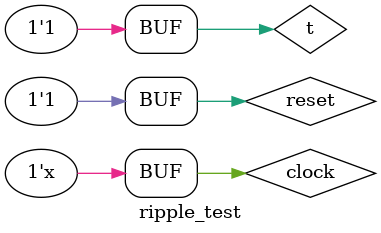
<source format=v>
`timescale 1ns / 1ps


module ripple_test;

	// Inputs
	reg t;
	reg clock;
	reg reset;

	// Outputs
	wire [7:0] o;

	// Instantiate the Unit Under Test (UUT)
	ripple uut (
		.o(o), 
		.t(t), 
		.clock(clock), 
		.reset(reset)
	);

	initial begin
		// Initialize Inputs
		t = 1;
		clock = 0;
		reset = 0;

		// Wait 100 ns for global reset to finish
		#100;
        
		// Add stimulus here

	end
      always #10 clock= ~clock;
		always #2 reset = 1;

endmodule


</source>
